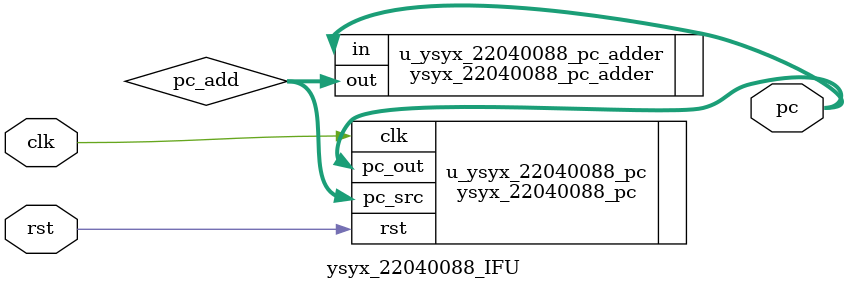
<source format=v>
module ysyx_22040088_IFU(
    input       clk,
    input       rst,
    output [63:0] pc
);

// PC
wire [63:0] pc_add;

ysyx_22040088_pc u_ysyx_22040088_pc(
	.clk    (clk    ),
	.rst    (rst    ),
	.pc_src (pc_add ),
	.pc_out (pc     )
);

ysyx_22040088_pc_adder u_ysyx_22040088_pc_adder(
	.in  (pc  ),
	.out (pc_add )
);

endmodule

</source>
